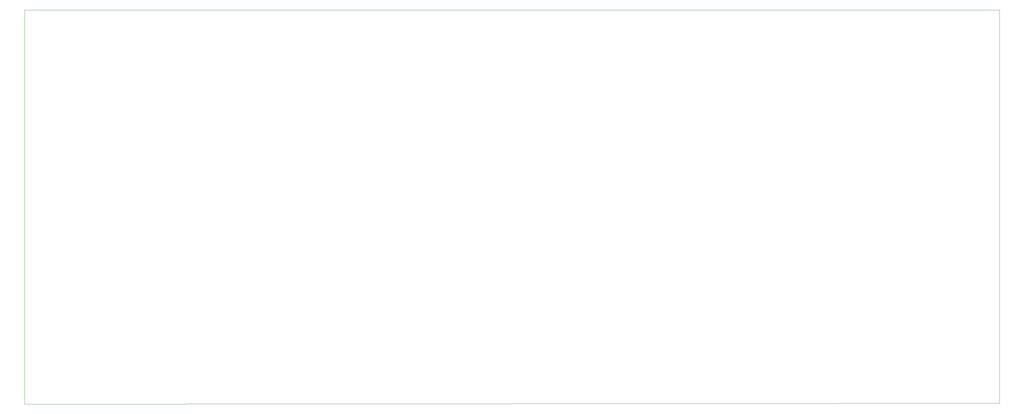
<source format=gm1>
G04 #@! TF.GenerationSoftware,KiCad,Pcbnew,5.1.5-52549c5~84~ubuntu18.04.1*
G04 #@! TF.CreationDate,2020-02-05T02:02:32-05:00*
G04 #@! TF.ProjectId,cropdroid-room,63726f70-6472-46f6-9964-2d726f6f6d2e,v0.1a*
G04 #@! TF.SameCoordinates,Original*
G04 #@! TF.FileFunction,Profile,NP*
%FSLAX46Y46*%
G04 Gerber Fmt 4.6, Leading zero omitted, Abs format (unit mm)*
G04 Created by KiCad (PCBNEW 5.1.5-52549c5~84~ubuntu18.04.1) date 2020-02-05 02:02:32*
%MOMM*%
%LPD*%
G04 APERTURE LIST*
%ADD10C,0.050000*%
G04 APERTURE END LIST*
D10*
X11938000Y-122428000D02*
X11938000Y-11938000D01*
X284988000Y-122174000D02*
X11938000Y-122428000D01*
X284988000Y-11938000D02*
X284988000Y-122174000D01*
X11938000Y-11938000D02*
X284988000Y-11938000D01*
M02*

</source>
